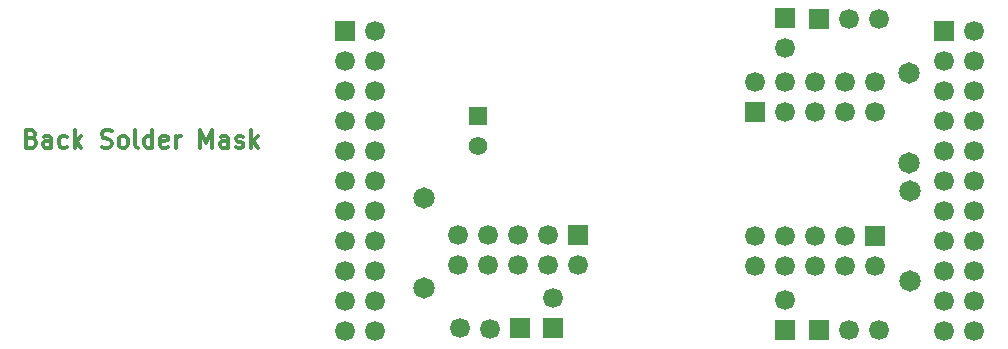
<source format=gbs>
G04 (created by PCBNEW (2013-07-07 BZR 4022)-stable) date 18/12/2013 15:58:05*
%MOIN*%
G04 Gerber Fmt 3.4, Leading zero omitted, Abs format*
%FSLAX34Y34*%
G01*
G70*
G90*
G04 APERTURE LIST*
%ADD10C,0.00590551*%
%ADD11C,0.011811*%
%ADD12R,0.0612992X0.0612992*%
%ADD13C,0.0612992*%
%ADD14R,0.0662992X0.0662992*%
%ADD15C,0.0662992*%
%ADD16C,0.0712992*%
G04 APERTURE END LIST*
G54D10*
G54D11*
X28440Y-37459D02*
X28525Y-37487D01*
X28553Y-37515D01*
X28581Y-37571D01*
X28581Y-37656D01*
X28553Y-37712D01*
X28525Y-37740D01*
X28468Y-37768D01*
X28243Y-37768D01*
X28243Y-37178D01*
X28440Y-37178D01*
X28496Y-37206D01*
X28525Y-37234D01*
X28553Y-37290D01*
X28553Y-37346D01*
X28525Y-37402D01*
X28496Y-37431D01*
X28440Y-37459D01*
X28243Y-37459D01*
X29087Y-37768D02*
X29087Y-37459D01*
X29059Y-37402D01*
X29003Y-37374D01*
X28890Y-37374D01*
X28834Y-37402D01*
X29087Y-37740D02*
X29031Y-37768D01*
X28890Y-37768D01*
X28834Y-37740D01*
X28806Y-37684D01*
X28806Y-37627D01*
X28834Y-37571D01*
X28890Y-37543D01*
X29031Y-37543D01*
X29087Y-37515D01*
X29621Y-37740D02*
X29565Y-37768D01*
X29453Y-37768D01*
X29396Y-37740D01*
X29368Y-37712D01*
X29340Y-37656D01*
X29340Y-37487D01*
X29368Y-37431D01*
X29396Y-37402D01*
X29453Y-37374D01*
X29565Y-37374D01*
X29621Y-37402D01*
X29874Y-37768D02*
X29874Y-37178D01*
X29931Y-37543D02*
X30099Y-37768D01*
X30099Y-37374D02*
X29874Y-37599D01*
X30774Y-37740D02*
X30859Y-37768D01*
X30999Y-37768D01*
X31055Y-37740D01*
X31084Y-37712D01*
X31112Y-37656D01*
X31112Y-37599D01*
X31084Y-37543D01*
X31055Y-37515D01*
X30999Y-37487D01*
X30887Y-37459D01*
X30830Y-37431D01*
X30802Y-37402D01*
X30774Y-37346D01*
X30774Y-37290D01*
X30802Y-37234D01*
X30830Y-37206D01*
X30887Y-37178D01*
X31027Y-37178D01*
X31112Y-37206D01*
X31449Y-37768D02*
X31393Y-37740D01*
X31365Y-37712D01*
X31337Y-37656D01*
X31337Y-37487D01*
X31365Y-37431D01*
X31393Y-37402D01*
X31449Y-37374D01*
X31534Y-37374D01*
X31590Y-37402D01*
X31618Y-37431D01*
X31646Y-37487D01*
X31646Y-37656D01*
X31618Y-37712D01*
X31590Y-37740D01*
X31534Y-37768D01*
X31449Y-37768D01*
X31983Y-37768D02*
X31927Y-37740D01*
X31899Y-37684D01*
X31899Y-37178D01*
X32462Y-37768D02*
X32462Y-37178D01*
X32462Y-37740D02*
X32405Y-37768D01*
X32293Y-37768D01*
X32237Y-37740D01*
X32208Y-37712D01*
X32180Y-37656D01*
X32180Y-37487D01*
X32208Y-37431D01*
X32237Y-37402D01*
X32293Y-37374D01*
X32405Y-37374D01*
X32462Y-37402D01*
X32968Y-37740D02*
X32911Y-37768D01*
X32799Y-37768D01*
X32743Y-37740D01*
X32715Y-37684D01*
X32715Y-37459D01*
X32743Y-37402D01*
X32799Y-37374D01*
X32911Y-37374D01*
X32968Y-37402D01*
X32996Y-37459D01*
X32996Y-37515D01*
X32715Y-37571D01*
X33249Y-37768D02*
X33249Y-37374D01*
X33249Y-37487D02*
X33277Y-37431D01*
X33305Y-37402D01*
X33361Y-37374D01*
X33418Y-37374D01*
X34064Y-37768D02*
X34064Y-37178D01*
X34261Y-37599D01*
X34458Y-37178D01*
X34458Y-37768D01*
X34992Y-37768D02*
X34992Y-37459D01*
X34964Y-37402D01*
X34908Y-37374D01*
X34796Y-37374D01*
X34739Y-37402D01*
X34992Y-37740D02*
X34936Y-37768D01*
X34796Y-37768D01*
X34739Y-37740D01*
X34711Y-37684D01*
X34711Y-37627D01*
X34739Y-37571D01*
X34796Y-37543D01*
X34936Y-37543D01*
X34992Y-37515D01*
X35246Y-37740D02*
X35302Y-37768D01*
X35414Y-37768D01*
X35471Y-37740D01*
X35499Y-37684D01*
X35499Y-37656D01*
X35471Y-37599D01*
X35414Y-37571D01*
X35330Y-37571D01*
X35274Y-37543D01*
X35246Y-37487D01*
X35246Y-37459D01*
X35274Y-37402D01*
X35330Y-37374D01*
X35414Y-37374D01*
X35471Y-37402D01*
X35752Y-37768D02*
X35752Y-37178D01*
X35808Y-37543D02*
X35977Y-37768D01*
X35977Y-37374D02*
X35752Y-37599D01*
G54D12*
X43307Y-36724D03*
G54D13*
X43307Y-37724D03*
G54D14*
X38870Y-33870D03*
G54D15*
X39870Y-33870D03*
X38870Y-34870D03*
X39870Y-34870D03*
X38870Y-35870D03*
X39870Y-35870D03*
X38870Y-36870D03*
X39870Y-36870D03*
X38870Y-37870D03*
X39870Y-37870D03*
X38870Y-38870D03*
X39870Y-38870D03*
X38870Y-39870D03*
X39870Y-39870D03*
X38870Y-40870D03*
X39870Y-40870D03*
X38870Y-41870D03*
X39870Y-41870D03*
X38870Y-42870D03*
X39870Y-42870D03*
X38870Y-43870D03*
X39870Y-43870D03*
G54D14*
X58850Y-33870D03*
G54D15*
X59850Y-33870D03*
X58850Y-34870D03*
X59850Y-34870D03*
X58850Y-35870D03*
X59850Y-35870D03*
X58850Y-36870D03*
X59850Y-36870D03*
X58850Y-37870D03*
X59850Y-37870D03*
X58850Y-38870D03*
X59850Y-38870D03*
X58850Y-39870D03*
X59850Y-39870D03*
X58850Y-40870D03*
X59850Y-40870D03*
X58850Y-41870D03*
X59850Y-41870D03*
X58850Y-42870D03*
X59850Y-42870D03*
X58850Y-43870D03*
X59850Y-43870D03*
G54D16*
X57696Y-38291D03*
X57696Y-35291D03*
X41531Y-39429D03*
X41531Y-42429D03*
X57716Y-39208D03*
X57716Y-42208D03*
G54D14*
X52566Y-36582D03*
G54D15*
X52566Y-35582D03*
X53566Y-36582D03*
X53566Y-35582D03*
X54566Y-36582D03*
X54566Y-35582D03*
X55566Y-36582D03*
X55566Y-35582D03*
X56566Y-36582D03*
X56566Y-35582D03*
G54D14*
X46645Y-40681D03*
G54D15*
X46645Y-41681D03*
X45645Y-40681D03*
X45645Y-41681D03*
X44645Y-40681D03*
X44645Y-41681D03*
X43645Y-40681D03*
X43645Y-41681D03*
X42645Y-40681D03*
X42645Y-41681D03*
G54D14*
X56566Y-40700D03*
G54D15*
X56566Y-41700D03*
X55566Y-40700D03*
X55566Y-41700D03*
X54566Y-40700D03*
X54566Y-41700D03*
X53566Y-40700D03*
X53566Y-41700D03*
X52566Y-40700D03*
X52566Y-41700D03*
G54D14*
X54669Y-33464D03*
G54D15*
X55669Y-33464D03*
X56669Y-33464D03*
G54D14*
X54669Y-43838D03*
G54D15*
X55669Y-43838D03*
X56669Y-43838D03*
G54D14*
X44710Y-43769D03*
G54D15*
X43710Y-43809D03*
X42710Y-43769D03*
G54D14*
X53553Y-43846D03*
G54D15*
X53553Y-42846D03*
G54D14*
X53553Y-33456D03*
G54D15*
X53553Y-34456D03*
G54D14*
X45807Y-43767D03*
G54D15*
X45807Y-42767D03*
M02*

</source>
